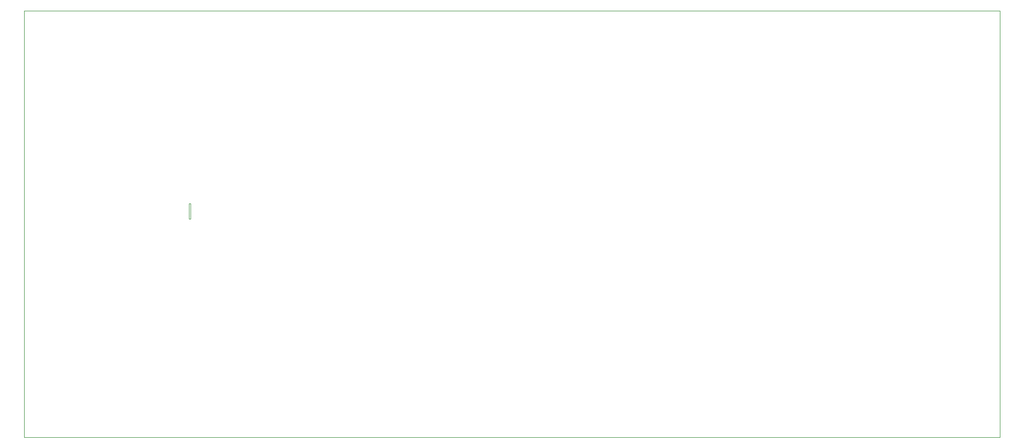
<source format=gtp>
*%FSLAX23Y23*%
*%MOIN*%
G01*
D11*
X13138Y6611D02*
Y9386D01*
X6806D02*
Y6611D01*
Y9386D02*
X13138D01*
Y6611D02*
X6806D01*
D18*
X12426Y8636D02*
D03*
Y7196D02*
D03*
X7571Y7421D02*
D03*
D32*
X12186Y9176D02*
D03*
X12181Y8466D02*
D03*
X12186Y7761D02*
D03*
Y7056D02*
D03*
X10726Y8311D02*
D03*
Y7826D02*
D03*
X10721Y8821D02*
D03*
X10726Y7316D02*
D03*
D51*
X9609Y7337D02*
D03*
X9686D02*
D03*
X9660D02*
D03*
X9686Y7213D02*
D03*
X9660D02*
D03*
X9635D02*
D03*
X9609D02*
D03*
X9635Y7337D02*
D03*
X9784Y6892D02*
D03*
X9861D02*
D03*
X9835D02*
D03*
X9861Y6768D02*
D03*
X9835D02*
D03*
X9810D02*
D03*
X9784D02*
D03*
X9810Y6892D02*
D03*
D53*
X12426Y8860D02*
D03*
X12476Y8636D02*
D03*
X12526D02*
D03*
X12576D02*
D03*
Y8860D02*
D03*
X12526D02*
D03*
X12476D02*
D03*
X12426Y7420D02*
D03*
X12476Y7196D02*
D03*
X12526D02*
D03*
X12576D02*
D03*
Y7420D02*
D03*
X12526D02*
D03*
X12476D02*
D03*
X7571Y7197D02*
D03*
X7521Y7421D02*
D03*
X7471D02*
D03*
X7421D02*
D03*
Y7197D02*
D03*
X7471D02*
D03*
X7521D02*
D03*
D56*
X12576Y9076D02*
D03*
X12486D02*
D03*
X12276Y8956D02*
D03*
X12186D02*
D03*
X12571Y8366D02*
D03*
X12481D02*
D03*
X12486Y9151D02*
D03*
X12576D02*
D03*
X12271Y8246D02*
D03*
X12181D02*
D03*
X12486Y7736D02*
D03*
X12576D02*
D03*
X12481Y8441D02*
D03*
X12571D02*
D03*
X12481Y8291D02*
D03*
X12571D02*
D03*
X12486Y9001D02*
D03*
X12576D02*
D03*
X12186Y6836D02*
D03*
X12276D02*
D03*
X12576Y7661D02*
D03*
X12486D02*
D03*
X12276Y7541D02*
D03*
X12186D02*
D03*
X12576Y6956D02*
D03*
X12486D02*
D03*
Y7031D02*
D03*
X12576D02*
D03*
X12486Y7586D02*
D03*
X12576D02*
D03*
X12486Y6881D02*
D03*
X12576D02*
D03*
X11596Y8191D02*
D03*
X11506D02*
D03*
X11021Y8896D02*
D03*
X10931D02*
D03*
X10396Y8856D02*
D03*
X10486D02*
D03*
X10396Y8781D02*
D03*
X10486D02*
D03*
X10396Y8706D02*
D03*
X10486D02*
D03*
X10396Y8631D02*
D03*
X10486D02*
D03*
X10396Y8556D02*
D03*
X10486D02*
D03*
X10396Y8481D02*
D03*
X10486D02*
D03*
X10396Y8406D02*
D03*
X10486D02*
D03*
X10396Y8331D02*
D03*
X10486D02*
D03*
X10396Y8256D02*
D03*
X10486D02*
D03*
X10396Y8181D02*
D03*
X10486D02*
D03*
X10396Y8106D02*
D03*
X10486D02*
D03*
X10396Y8031D02*
D03*
X10486D02*
D03*
X10396Y7956D02*
D03*
X10486D02*
D03*
X10396Y7881D02*
D03*
X10486D02*
D03*
X10396Y7806D02*
D03*
X10486D02*
D03*
X10726Y7096D02*
D03*
X10816D02*
D03*
X11591Y7271D02*
D03*
X11501D02*
D03*
X11591Y7541D02*
D03*
X11501D02*
D03*
X10396Y7731D02*
D03*
X10486D02*
D03*
X10396Y7656D02*
D03*
X10486D02*
D03*
X10396Y7581D02*
D03*
X10486D02*
D03*
X10396Y7506D02*
D03*
X10486D02*
D03*
X10396Y7431D02*
D03*
X10486D02*
D03*
X10396Y7356D02*
D03*
X10486D02*
D03*
X10396Y7281D02*
D03*
X10486D02*
D03*
X10396Y7206D02*
D03*
X10486D02*
D03*
X10396Y7131D02*
D03*
X10486D02*
D03*
X9676Y8281D02*
D03*
X9766D02*
D03*
X9926Y8281D02*
D03*
X9836D02*
D03*
X10241Y8856D02*
D03*
X10331D02*
D03*
X10241Y8781D02*
D03*
X10331D02*
D03*
X10241Y8631D02*
D03*
X10331D02*
D03*
X10241Y8481D02*
D03*
X10331D02*
D03*
X10241Y8406D02*
D03*
X10331D02*
D03*
Y8556D02*
D03*
X10241D02*
D03*
X10331Y8706D02*
D03*
X10241D02*
D03*
X10331Y8331D02*
D03*
X10241D02*
D03*
Y8256D02*
D03*
X10331D02*
D03*
X10241Y8181D02*
D03*
X10331D02*
D03*
Y8106D02*
D03*
X10241D02*
D03*
Y8031D02*
D03*
X10331D02*
D03*
X10241Y7956D02*
D03*
X10331D02*
D03*
Y7881D02*
D03*
X10241D02*
D03*
Y7806D02*
D03*
X10331D02*
D03*
X9486Y6951D02*
D03*
X9576D02*
D03*
Y6876D02*
D03*
X9486D02*
D03*
X9576Y6801D02*
D03*
X9486D02*
D03*
Y6726D02*
D03*
X9576D02*
D03*
X9926Y7701D02*
D03*
X9836D02*
D03*
X9681D02*
D03*
X9771D02*
D03*
X10241Y7731D02*
D03*
X10331D02*
D03*
Y7656D02*
D03*
X10241D02*
D03*
Y7581D02*
D03*
X10331D02*
D03*
X10241Y7506D02*
D03*
X10331D02*
D03*
Y7431D02*
D03*
X10241D02*
D03*
Y7356D02*
D03*
X10331D02*
D03*
X10241Y7281D02*
D03*
X10331D02*
D03*
Y7206D02*
D03*
X10241D02*
D03*
Y7131D02*
D03*
X10331D02*
D03*
D58*
X9776Y7383D02*
D03*
X9936D02*
D03*
X9776Y7357D02*
D03*
X9936D02*
D03*
X9776Y7332D02*
D03*
X9936D02*
D03*
X9776Y7306D02*
D03*
X9936D02*
D03*
X9776Y7248D02*
D03*
X9936D02*
D03*
X9776Y7222D02*
D03*
X9936D02*
D03*
X9776Y7197D02*
D03*
X9936D02*
D03*
X9776Y7171D02*
D03*
X9936D02*
D03*
X9951Y6938D02*
D03*
X10111D02*
D03*
X9951Y6912D02*
D03*
X10111D02*
D03*
X9951Y6887D02*
D03*
X10111D02*
D03*
X9951Y6861D02*
D03*
X10111D02*
D03*
X9951Y6803D02*
D03*
X10111D02*
D03*
X9951Y6777D02*
D03*
X10111D02*
D03*
X9951Y6752D02*
D03*
X10111D02*
D03*
X9951Y6726D02*
D03*
X10111D02*
D03*
D59*
X7691Y8081D02*
D03*
Y8171D02*
D03*
Y7991D02*
D03*
D61*
X9351Y7040D02*
D03*
Y6901D02*
D03*
X8101Y8011D02*
D03*
Y8150D02*
D03*
X7556Y8011D02*
D03*
Y8150D02*
D03*
D64*
X12106Y8921D02*
D03*
Y9011D02*
D03*
Y9166D02*
D03*
Y9076D02*
D03*
X12101Y8456D02*
D03*
Y8366D02*
D03*
Y8211D02*
D03*
Y8301D02*
D03*
X12106Y7816D02*
D03*
Y7726D02*
D03*
X12291Y8791D02*
D03*
Y8701D02*
D03*
X12216Y8791D02*
D03*
Y8701D02*
D03*
X12196Y7261D02*
D03*
Y7351D02*
D03*
X12271Y7261D02*
D03*
Y7351D02*
D03*
X12106Y7571D02*
D03*
Y7661D02*
D03*
Y7046D02*
D03*
Y6956D02*
D03*
Y6801D02*
D03*
Y6891D02*
D03*
X11546Y8896D02*
D03*
Y8806D02*
D03*
X10726Y8111D02*
D03*
Y8021D02*
D03*
X10721Y8616D02*
D03*
Y8526D02*
D03*
X10561Y8711D02*
D03*
Y8621D02*
D03*
X10636D02*
D03*
Y8711D02*
D03*
Y8781D02*
D03*
Y8871D02*
D03*
X10561Y8781D02*
D03*
Y8871D02*
D03*
X11031Y8286D02*
D03*
Y8376D02*
D03*
X10646Y8111D02*
D03*
Y8201D02*
D03*
X10571D02*
D03*
Y8111D02*
D03*
Y8266D02*
D03*
Y8356D02*
D03*
X10646Y8266D02*
D03*
Y8356D02*
D03*
X11031Y7801D02*
D03*
Y7891D02*
D03*
X10646Y7786D02*
D03*
Y7876D02*
D03*
X10571Y7786D02*
D03*
Y7876D02*
D03*
X10621Y6891D02*
D03*
Y6981D02*
D03*
X11131Y6991D02*
D03*
Y6901D02*
D03*
X10646Y7626D02*
D03*
Y7716D02*
D03*
X10571D02*
D03*
Y7626D02*
D03*
X10726D02*
D03*
Y7536D02*
D03*
X10646Y7116D02*
D03*
Y7206D02*
D03*
X10571D02*
D03*
Y7116D02*
D03*
X10646Y7271D02*
D03*
Y7361D02*
D03*
X10571Y7271D02*
D03*
Y7361D02*
D03*
X11031Y7291D02*
D03*
Y7381D02*
D03*
X9351Y6811D02*
D03*
Y6721D02*
D03*
X9541Y7301D02*
D03*
Y7211D02*
D03*
X9716Y6861D02*
D03*
Y6771D02*
D03*
X8246Y8101D02*
D03*
Y8011D02*
D03*
X7571Y7121D02*
D03*
Y7031D02*
D03*
D67*
X12410Y9176D02*
D03*
X12186Y9126D02*
D03*
Y9076D02*
D03*
Y9026D02*
D03*
X12410D02*
D03*
Y9076D02*
D03*
Y9126D02*
D03*
X12405Y8416D02*
D03*
Y8366D02*
D03*
Y8316D02*
D03*
X12181D02*
D03*
Y8366D02*
D03*
Y8416D02*
D03*
X12405Y8466D02*
D03*
X12410Y7761D02*
D03*
X12186Y7711D02*
D03*
Y7661D02*
D03*
Y7611D02*
D03*
X12410D02*
D03*
Y7661D02*
D03*
Y7711D02*
D03*
Y7006D02*
D03*
Y6956D02*
D03*
Y6906D02*
D03*
X12186D02*
D03*
Y6956D02*
D03*
Y7006D02*
D03*
X12410Y7056D02*
D03*
X10950Y8311D02*
D03*
X10726Y8261D02*
D03*
Y8211D02*
D03*
Y8161D02*
D03*
X10950D02*
D03*
Y8211D02*
D03*
Y8261D02*
D03*
Y7826D02*
D03*
X10726Y7776D02*
D03*
Y7726D02*
D03*
Y7676D02*
D03*
X10950D02*
D03*
Y7726D02*
D03*
Y7776D02*
D03*
X10945Y8821D02*
D03*
X10721Y8771D02*
D03*
Y8721D02*
D03*
Y8671D02*
D03*
X10945D02*
D03*
Y8721D02*
D03*
Y8771D02*
D03*
X10950Y7316D02*
D03*
X10726Y7266D02*
D03*
Y7216D02*
D03*
Y7166D02*
D03*
X10950D02*
D03*
Y7216D02*
D03*
Y7266D02*
D03*
D69*
X11685Y9316D02*
D03*
Y9266D02*
D03*
Y9216D02*
D03*
Y9166D02*
D03*
Y9116D02*
D03*
Y9066D02*
D03*
Y9016D02*
D03*
Y8966D02*
D03*
X11441D02*
D03*
Y9016D02*
D03*
Y9066D02*
D03*
Y9116D02*
D03*
Y9166D02*
D03*
Y9216D02*
D03*
Y9266D02*
D03*
Y9316D02*
D03*
X11685Y8611D02*
D03*
Y8561D02*
D03*
Y8511D02*
D03*
Y8461D02*
D03*
Y8411D02*
D03*
Y8361D02*
D03*
Y8311D02*
D03*
Y8261D02*
D03*
X11441D02*
D03*
Y8311D02*
D03*
Y8361D02*
D03*
Y8411D02*
D03*
Y8461D02*
D03*
Y8511D02*
D03*
Y8561D02*
D03*
Y8611D02*
D03*
Y7966D02*
D03*
Y7916D02*
D03*
Y7866D02*
D03*
Y7816D02*
D03*
Y7766D02*
D03*
Y7716D02*
D03*
Y7666D02*
D03*
Y7616D02*
D03*
X11685D02*
D03*
Y7666D02*
D03*
Y7716D02*
D03*
Y7766D02*
D03*
Y7816D02*
D03*
Y7866D02*
D03*
Y7916D02*
D03*
Y7966D02*
D03*
Y7196D02*
D03*
Y7146D02*
D03*
Y7096D02*
D03*
Y7046D02*
D03*
Y6996D02*
D03*
Y6946D02*
D03*
Y6896D02*
D03*
Y6846D02*
D03*
X11441D02*
D03*
Y6896D02*
D03*
Y6946D02*
D03*
Y6996D02*
D03*
Y7046D02*
D03*
Y7096D02*
D03*
Y7146D02*
D03*
Y7196D02*
D03*
D70*
X12016Y7061D02*
D03*
X11791D02*
D03*
X12016Y7831D02*
D03*
X11791D02*
D03*
X12011Y8471D02*
D03*
X11786D02*
D03*
X12016Y9181D02*
D03*
X11791D02*
D03*
D71*
X9670Y7942D02*
D03*
Y7962D02*
D03*
Y7981D02*
D03*
X9942Y7765D02*
D03*
Y7784D02*
D03*
Y7804D02*
D03*
Y7824D02*
D03*
Y7843D02*
D03*
Y7863D02*
D03*
Y7883D02*
D03*
Y7903D02*
D03*
Y7922D02*
D03*
Y7942D02*
D03*
Y7962D02*
D03*
Y7981D02*
D03*
Y8001D02*
D03*
Y8021D02*
D03*
Y8040D02*
D03*
Y8060D02*
D03*
Y8080D02*
D03*
Y8099D02*
D03*
Y8119D02*
D03*
Y8139D02*
D03*
Y8158D02*
D03*
Y8178D02*
D03*
Y8198D02*
D03*
Y8217D02*
D03*
X9670Y8139D02*
D03*
X9670Y8119D02*
D03*
X9670Y8099D02*
D03*
Y8080D02*
D03*
Y8001D02*
D03*
Y7922D02*
D03*
Y7903D02*
D03*
Y7883D02*
D03*
Y7863D02*
D03*
Y7843D02*
D03*
Y7824D02*
D03*
Y7804D02*
D03*
Y7784D02*
D03*
Y7765D02*
D03*
Y8021D02*
D03*
Y8040D02*
D03*
Y8060D02*
D03*
Y8198D02*
D03*
Y8217D02*
D03*
Y8178D02*
D03*
Y8158D02*
D03*
D75*
X10986Y6861D02*
D03*
Y6996D02*
D03*
X10496Y7026D02*
D03*
Y6891D02*
D03*
X10841Y6996D02*
D03*
Y6861D02*
D03*
X10331Y7026D02*
D03*
Y6891D02*
D03*
D76*
X11856Y8991D02*
D03*
X12006Y9041D02*
D03*
Y8941D02*
D03*
X11856Y8281D02*
D03*
X12006Y8331D02*
D03*
Y8231D02*
D03*
X11856Y7641D02*
D03*
X12006Y7691D02*
D03*
Y7591D02*
D03*
X11856Y6871D02*
D03*
X12006Y6921D02*
D03*
Y6821D02*
D03*
D80*
X7876Y8031D02*
X7886D01*
Y8131D01*
X7876D01*
Y8031D01*
D02*
M02*

</source>
